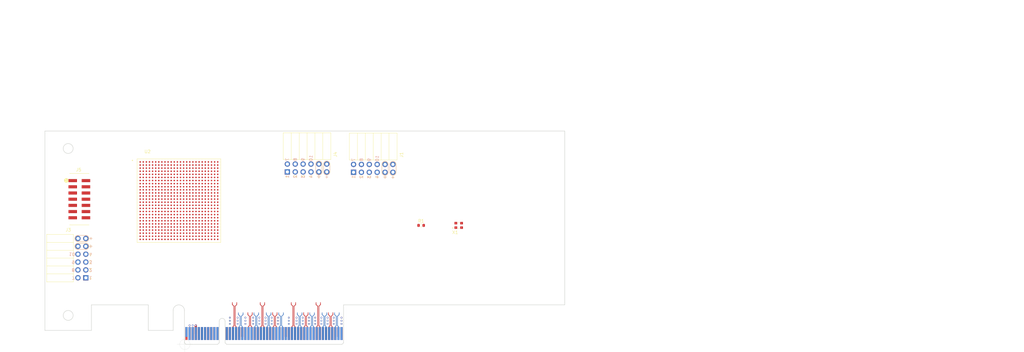
<source format=kicad_pcb>
(kicad_pcb (version 20211014) (generator pcbnew)
  (title_block (title "PCIexpress_x16_full") (company "Author: Luca Anastasio"))
  (layers (0 "F.Cu" power) (1 "In1.Cu" power) (2 "In2.Cu" power) (31 "B.Cu" power) (34 "B.Paste" user) (35 "F.Paste" user) (36 "B.SilkS" user "B.Silkscreen") (37 "F.SilkS" user "F.Silkscreen") (38 "B.Mask" user) (39 "F.Mask" user) (44 "Edge.Cuts" user))
  (net 0 "")
  (net 1 "GND")
  (net 2 "/refclk_P")
  (net 3 "/per0_N")
  (net 4 "/per0_P")
  (net 5 "+12V")
  (net 6 "+3V3")
  (net 7 "+3.3VA")
  (net 8 "/refclk_N")
  (net 9 "/perstn")
  (net 14 "/prsntn")
  (net 17 "/pet0_N")
  (net 18 "/pet0_P")
  (net 23 "/pet1_P")
  (net 25 "/pet1_N")
  (net 26 "/pet2_P")
  (net 27 "/pet2_N")
  (net 28 "/pet3_P")
  (net 29 "/pet3_N")
  (net 32 "/per1_P")
  (net 33 "/per1_N")
  (net 34 "/per2_P")
  (net 35 "/per2_N")
  (net 36 "/per3_P")
  (net 37 "/per3_N")
  (net 40 "/per4_P")
  (net 41 "/per4_N")
  (net 42 "/per5_P")
  (net 43 "/per5_N")
  (net 44 "/per6_P")
  (net 45 "/per6_N")
  (net 46 "/per7_P")
  (net 47 "/per7_N")
  (net 48 "/pet4_P")
  (net 49 "/pet4_N")
  (net 50 "/pet5_P")
  (net 51 "/pet5_N")
  (net 52 "/pet6_P")
  (net 53 "/pet6_N")
  (net 54 "/pet7_P")
  (net 55 "/pet7_N")
  (net 56 "/fpga_clk")
  (net 57 "/oscout")
  (net 89 "Net-(U2-PadA7)")
  (net 96 "Net-(U2-PadAA21)")
  (net 105 "Net-(U2-PadAA11)")
  (net 122 "Net-(U2-PadAC15)")
  (net 127 "Net-(U2-PadAA7)")
  (net 167 "Net-(U2-PadP22)")
  (net 210 "Net-(U2-PadT11)")
  (net 211 "Net-(U2-PadR9)")
  (net 223 "Net-(U2-PadR7)")
  (net 232 "Net-(U2-PadP18)")
  (net 245 "Net-(U2-PadM15)")
  (net 259 "Net-(U2-PadL9)")
  (net 270 "Net-(U2-PadM18)")
  (net 282 "Net-(U2-PadK11)")
  (net 313 "Net-(U2-PadE24)")
  (net 337 "Net-(U2-PadE14)")
  (net 342 "Net-(U2-PadE9)")
  (footprint "pedrolib:OSC_ECS-2520S25-250-FN-TR" (layer "F.Cu") (at 197.915 155.705)
    (fp_text reference "X1")
    (fp_text value "ECS-2520MVQ-1000-BN-TR" hide)
  )
  (footprint "pedrolib:IC_XCAU10P-1FFVB676I" (layer "F.Cu") (at 107.695 147.715)
    (fp_text reference "U2")
    (fp_text value "XCAU10P-1FFVB676I")
  )
  (footprint "pedrolib:PCIexpress_x8" (layer "F.Cu") (at 109.625 194.125)
    (fp_text reference "J2" hide)
    (fp_text value "PCIexpress_x8")
  )
  (footprint "pedrolib:PMOD_PinSocket_2x06_P2.54mm_Horizontal" (layer "F.Cu") (at 142.66 138.4365 90)
    (fp_text reference "J4")
    (fp_text value "PMOD_Host_Conn_02x06")
  )
  (footprint "pedrolib:MOLEX_87832-1420" (layer "F.Cu") (at 75.57565 147.245)
    (fp_text reference "J5")
    (fp_text value "87832-1420")
  )
  (footprint "Resistor_SMD:R_0603_1608Metric" (layer "F.Cu") (at 185.795 155.705)
    (fp_text reference "R1")
    (fp_text value "10")
  )
  (footprint "pedrolib:PMOD_PinSocket_2x06_P2.54mm_Horizontal" (layer "F.Cu") (at 164 138.5465 90)
    (fp_text reference "J1")
    (fp_text value "PMOD_Host_Conn_02x06")
  )
  (footprint "pedrolib:PMOD_PinSocket_2x06_P2.54mm_Horizontal" (layer "F.Cu") (at 77.665 172.625 180)
    (fp_text reference "J3")
    (fp_text value "PMOD_Host_Conn_02x06")
  )
  (gr_line (start 109.475 193.625) (end 109.975 194.125) (layer "Edge.Cuts") (width 0.15))
  (gr_line (start 79.475 181.375) (end 97.825 181.375) (layer "Edge.Cuts") (width 0.15))
  (gr_line (start 64.475 125.225) (end 64.475 189.625) (layer "Edge.Cuts") (width 0.15))
  (gr_arc (start 120.675 186.675) (mid 121.625 185.725) (end 122.575 186.675) (layer "Edge.Cuts") (width 0.15))
  (gr_line (start 232.125 181.375) (end 160.775 181.375) (layer "Edge.Cuts") (width 0.15))
  (gr_line (start 122.575 186.675) (end 122.575 193.625) (layer "Edge.Cuts") (width 0.15))
  (gr_line (start 232.125 125.225) (end 64.475 125.225) (layer "Edge.Cuts") (width 0.15))
  (gr_line (start 160.775 193.625) (end 160.275 194.125) (layer "Edge.Cuts") (width 0.15))
  (gr_line (start 122.575 193.625) (end 123.075 194.125) (layer "Edge.Cuts") (width 0.15))
  (gr_circle (center 71.975 184.775) (end 73.575 184.775) (layer "Edge.Cuts") (width 0.15) (fill none))
  (gr_line (start 232.125 181.375) (end 232.125 125.225) (layer "Edge.Cuts") (width 0.15))
  (gr_line (start 64.475 189.625) (end 79.475 189.625) (layer "Edge.Cuts") (width 0.15))
  (gr_line (start 97.825 181.375) (end 97.825 189.625) (layer "Edge.Cuts") (width 0.15))
  (gr_line (start 160.275 194.125) (end 123.075 194.125) (layer "Edge.Cuts") (width 0.15))
  (gr_line (start 97.825 189.625) (end 105.825 189.625) (layer "Edge.Cuts") (width 0.15))
  (gr_line (start 160.775 181.375) (end 160.775 193.625) (layer "Edge.Cuts") (width 0.15))
  (gr_circle (center 71.975 130.875) (end 73.575 130.875) (layer "Edge.Cuts") (width 0.15) (fill none))
  (gr_line (start 105.825 189.625) (end 105.825 183.2) (layer "Edge.Cuts") (width 0.15))
  (gr_arc (start 105.825 183.2) (mid 107.65 181.375) (end 109.475 183.2) (layer "Edge.Cuts") (width 0.15))
  (gr_line (start 79.475 189.625) (end 79.475 181.375) (layer "Edge.Cuts") (width 0.15))
  (gr_line (start 109.475 183.2) (end 109.475 193.625) (layer "Edge.Cuts") (width 0.15))
  (gr_line (start 109.975 194.125) (end 120.175 194.125) (layer "Edge.Cuts") (width 0.15))
  (gr_line (start 120.675 193.625) (end 120.675 186.675) (layer "Edge.Cuts") (width 0.15))
  (gr_line (start 120.175 194.125) (end 120.675 193.625) (layer "Edge.Cuts") (width 0.15))
  (target plus (at 109.625 194.125) (size 5) (width 0.05) (layer "Edge.Cuts"))
  (segment (start 113.125 188.125) (end 113.125 188.125) (width 0.7) (layer "F.Cu") (net 1))
  (segment (start 113.125 190.625) (end 113.125 188) (width 0.7) (layer "F.Cu") (net 1))
  (via (at 124.125 185.5) (size 0.55) (drill 0.3) (layers "F.Cu" "B.Cu") (net 1))
  (via (at 143.125 185.5) (size 0.55) (drill 0.3) (layers "F.Cu" "B.Cu") (net 1))
  (via (at 157.625 185.5) (size 0.55) (drill 0.3) (layers "F.Cu" "B.Cu") (net 1))
  (via (at 135.625 185.5) (size 0.55) (drill 0.3) (layers "F.Cu" "B.Cu") (net 1))
  (via (at 139.625 185.5) (size 0.55) (drill 0.3) (layers "F.Cu" "B.Cu") (net 1))
  (via (at 133.625 185.5) (size 0.55) (drill 0.3) (layers "F.Cu" "B.Cu") (net 1))
  (via (at 129.125 185.5) (size 0.55) (drill 0.3) (layers "F.Cu" "B.Cu") (net 1))
  (via (at 155.625 185.5) (size 0.55) (drill 0.3) (layers "F.Cu" "B.Cu") (net 1))
  (via (at 149.625 185.5) (size 0.55) (drill 0.3) (layers "F.Cu" "B.Cu") (net 1))
  (via (at 147.625 185.5) (size 0.55) (drill 0.3) (layers "F.Cu" "B.Cu") (net 1))
  (via (at 145.625 185.5) (size 0.55) (drill 0.3) (layers "F.Cu" "B.Cu") (net 1))
  (via (at 160.125 185.5) (size 0.55) (drill 0.3) (layers "F.Cu" "B.Cu") (net 1))
  (via (at 151.625 185.5) (size 0.55) (drill 0.3) (layers "F.Cu" "B.Cu") (net 1))
  (via (at 153.625 185.5) (size 0.55) (drill 0.3) (layers "F.Cu" "B.Cu") (net 1))
  (via (at 126.625 185.5) (size 0.55) (drill 0.3) (layers "F.Cu" "B.Cu") (net 1))
  (via (at 131.625 185.5) (size 0.55) (drill 0.3) (layers "F.Cu" "B.Cu") (net 1))
  (via (at 137.625 185.5) (size 0.55) (drill 0.3) (layers "F.Cu" "B.Cu") (net 1))
  (via (at 153.625 186.5) (size 0.55) (drill 0.3) (layers "F.Cu" "B.Cu") (net 1))
  (via (at 157.625 187.5) (size 0.55) (drill 0.3) (layers "F.Cu" "B.Cu") (net 1))
  (via (at 147.625 186.5) (size 0.55) (drill 0.3) (layers "F.Cu" "B.Cu") (net 1))
  (via (at 153.625 187.5) (size 0.55) (drill 0.3) (layers "F.Cu" "B.Cu") (net 1))
  (via (at 155.625 186.5) (size 0.55) (drill 0.3) (layers "F.Cu" "B.Cu") (net 1))
  (via (at 151.625 187.5) (size 0.55) (drill 0.3) (layers "F.Cu" "B.Cu") (net 1))
  (via (at 151.625 186.5) (size 0.55) (drill 0.3) (layers "F.Cu" "B.Cu") (net 1))
  (via (at 135.625 187.5) (size 0.55) (drill 0.3) (layers "F.Cu" "B.Cu") (net 1))
  (via (at 143.125 186.5) (size 0.55) (drill 0.3) (layers "F.Cu" "B.Cu") (net 1))
  (via (at 149.625 187.5) (size 0.55) (drill 0.3) (layers "F.Cu" "B.Cu") (net 1))
  (via (at 139.625 186.5) (size 0.55) (drill 0.3) (layers "F.Cu" "B.Cu") (net 1))
  (via (at 137.625 186.5) (size 0.55) (drill 0.3) (layers "F.Cu" "B.Cu") (net 1))
  (via (at 126.625 186.5) (size 0.55) (drill 0.3) (layers "F.Cu" "B.Cu") (net 1))
  (via (at 139.625 187.5) (size 0.55) (drill 0.3) (layers "F.Cu" "B.Cu") (net 1))
  (via (at 124.125 186.5) (size 0.55) (drill 0.3) (layers "F.Cu" "B.Cu") (net 1))
  (via (at 160.125 186.5) (size 0.55) (drill 0.3) (layers "F.Cu" "B.Cu") (net 1))
  (via (at 113.125 188) (size 0.55) (drill 0.3) (layers "F.Cu" "B.Cu") (net 1))
  (via (at 133.625 187.5) (size 0.55) (drill 0.3) (layers "F.Cu" "B.Cu") (net 1))
  (via (at 137.625 187.5) (size 0.55) (drill 0.3) (layers "F.Cu" "B.Cu") (net 1))
  (via (at 145.625 186.5) (size 0.55) (drill 0.3) (layers "F.Cu" "B.Cu") (net 1))
  (via (at 143.125 187.5) (size 0.55) (drill 0.3) (layers "F.Cu" "B.Cu") (net 1))
  (via (at 160.125 187.5) (size 0.55) (drill 0.3) (layers "F.Cu" "B.Cu") (net 1))
  (via (at 124.125 187.5) (size 0.55) (drill 0.3) (layers "F.Cu" "B.Cu") (net 1))
  (via (at 133.625 186.5) (size 0.55) (drill 0.3) (layers "F.Cu" "B.Cu") (net 1))
  (via (at 149.625 186.5) (size 0.55) (drill 0.3) (layers "F.Cu" "B.Cu") (net 1))
  (via (at 135.625 186.5) (size 0.55) (drill 0.3) (layers "F.Cu" "B.Cu") (net 1))
  (via (at 145.625 187.5) (size 0.55) (drill 0.3) (layers "F.Cu" "B.Cu") (net 1))
  (via (at 147.625 187.5) (size 0.55) (drill 0.3) (layers "F.Cu" "B.Cu") (net 1))
  (via (at 131.625 187.5) (size 0.55) (drill 0.3) (layers "F.Cu" "B.Cu") (net 1))
  (via (at 129.125 187.5) (size 0.55) (drill 0.3) (layers "F.Cu" "B.Cu") (net 1))
  (via (at 157.625 186.5) (size 0.55) (drill 0.3) (layers "F.Cu" "B.Cu") (net 1))
  (via (at 129.125 186.5) (size 0.55) (drill 0.3) (layers "F.Cu" "B.Cu") (net 1))
  (via (at 131.625 186.5) (size 0.55) (drill 0.3) (layers "F.Cu" "B.Cu") (net 1))
  (via (at 155.625 187.5) (size 0.55) (drill 0.3) (layers "F.Cu" "B.Cu") (net 1))
  (via (at 126.625 187.5) (size 0.55) (drill 0.3) (layers "F.Cu" "B.Cu") (net 1))
  (segment (start 128.125 188.375) (end 128.125 190.625) (width 0.2) (layer "B.Cu") (net 3))
  (segment (start 127.825 188.075) (end 128.125 188.375) (width 0.2) (layer "B.Cu") (net 3))
  (segment (start 128.375 183.9125) (end 128.375 184.5) (width 0.2) (layer "B.Cu") (net 3))
  (segment (start 128.375 184.5) (end 127.825 185.05) (width 0.2) (layer "B.Cu") (net 3))
  (segment (start 127.825 185.05) (end 127.825 188.075) (width 0.2) (layer "B.Cu") (net 3))
  (segment (start 126.875 184.5) (end 127.425 185.05) (width 0.2) (layer "B.Cu") (net 4))
  (segment (start 126.875 183.9125) (end 126.875 184.5) (width 0.2) (layer "B.Cu") (net 4))
  (segment (start 127.125 188.375) (end 127.125 190.625) (width 0.2) (layer "B.Cu") (net 4))
  (segment (start 127.425 185.05) (end 127.425 188.075) (width 0.2) (layer "B.Cu") (net 4))
  (segment (start 127.425 188.075) (end 127.125 188.375) (width 0.2) (layer "B.Cu") (net 4))
  (segment (start 111.125 190.625) (end 111.125 188) (width 0.0889) (layer "F.Cu") (net 5))
  (via (at 111.125 188) (size 0.55) (drill 0.3) (layers "F.Cu" "B.Cu") (net 5))
  (via (at 112.125 188) (size 0.55) (drill 0.3) (layers "F.Cu" "B.Cu") (net 5))
  (segment (start 126.3375 181.2875) (end 126.3375 180.625) (width 0.2) (layer "F.Cu") (net 17))
  (segment (start 126.125 188.375) (end 125.825 188.075) (width 0.2) (layer "F.Cu") (net 17))
  (segment (start 126.125 190.625) (end 126.125 188.375) (width 0.2) (layer "F.Cu") (net 17))
  (segment (start 125.825 188.075) (end 125.825 181.8) (width 0.2) (layer "F.Cu") (net 17))
  (segment (start 125.825 181.8) (end 126.3375 181.2875) (width 0.2) (layer "F.Cu") (net 17))
  (segment (start 125.425 181.78125) (end 124.9125 181.26875) (width 0.2) (layer "F.Cu") (net 18))
  (segment (start 125.125 190.625) (end 125.125 188.375) (width 0.2) (layer "F.Cu") (net 18))
  (segment (start 125.425 188.075) (end 125.425 181.78125) (width 0.2) (layer "F.Cu") (net 18))
  (segment (start 124.9125 181.26875) (end 124.9125 180.625) (width 0.2) (layer "F.Cu") (net 18))
  (segment (start 125.125 188.375) (end 125.425 188.075) (width 0.2) (layer "F.Cu") (net 18))
  (segment (start 130.125 188.375) (end 130.425 188.075) (width 0.2) (layer "F.Cu") (net 23))
  (segment (start 130.425 188.075) (end 130.425 185.05) (width 0.2) (layer "F.Cu") (net 23))
  (segment (start 130.125 190.625) (end 130.125 188.375) (width 0.2) (layer "F.Cu") (net 23))
  (segment (start 130.425 185.05) (end 129.9125 184.5375) (width 0.2) (layer "F.Cu") (net 23))
  (segment (start 129.9125 184.5375) (end 129.9125 183.875) (width 0.2) (layer "F.Cu") (net 23))
  (segment (start 130.825 185.05) (end 131.3375 184.5375) (width 0.2) (layer "F.Cu") (net 25))
  (segment (start 130.825 188.075) (end 130.825 185.05) (width 0.2) (layer "F.Cu") (net 25))
  (segment (start 131.3375 184.5375) (end 131.3375 183.875) (width 0.2) (layer "F.Cu") (net 25))
  (segment (start 131.125 188.375) (end 130.825 188.075) (width 0.2) (layer "F.Cu") (net 25))
  (segment (start 131.125 190.625) (end 131.125 188.375) (width 0.2) (layer "F.Cu") (net 25))
  (segment (start 134.425 188.075) (end 134.125 188.375) (width 0.2) (layer "F.Cu") (net 26))
  (segment (start 133.9125 181.26875) (end 134.425 181.78125) (width 0.2) (layer "F.Cu") (net 26))
  (segment (start 134.425 181.78125) (end 134.425 188.075) (width 0.2) (layer "F.Cu") (net 26))
  (segment (start 133.9125 180.625) (end 133.9125 181.26875) (width 0.2) (layer "F.Cu") (net 26))
  (segment (start 134.125 188.375) (end 134.125 190.625) (width 0.2) (layer "F.Cu") (net 26))
  (segment (start 135.125 188.375) (end 135.125 190.625) (width 0.2) (layer "F.Cu") (net 27))
  (segment (start 135.3375 181.2875) (end 134.825 181.8) (width 0.2) (layer "F.Cu") (net 27))
  (segment (start 134.825 188.075) (end 135.125 188.375) (width 0.2) (layer "F.Cu") (net 27))
  (segment (start 134.825 181.8) (end 134.825 188.075) (width 0.2) (layer "F.Cu") (net 27))
  (segment (start 135.3375 180.625) (end 135.3375 181.2875) (width 0.2) (layer "F.Cu") (net 27))
  (segment (start 137.9125 184.5375) (end 137.9125 183.875) (width 0.2) (layer "F.Cu") (net 28))
  (segment (start 138.425 188.075) (end 138.425 185.05) (width 0.2) (layer "F.Cu") (net 28))
  (segment (start 138.125 188.375) (end 138.425 188.075) (width 0.2) (layer "F.Cu") (net 28))
  (segment (start 138.125 190.625) (end 138.125 188.375) (width 0.2) (layer "F.Cu") (net 28))
  (segment (start 138.425 185.05) (end 137.9125 184.5375) (width 0.2) (layer "F.Cu") (net 28))
  (segment (start 139.125 190.625) (end 139.125 188.375) (width 0.2) (layer "F.Cu") (net 29))
  (segment (start 138.825 188.075) (end 138.825 185.05) (width 0.2) (layer "F.Cu") (net 29))
  (segment (start 139.125 188.375) (end 138.825 188.075) (width 0.2) (layer "F.Cu") (net 29))
  (segment (start 139.3375 184.5375) (end 139.3375 183.875) (width 0.2) (layer "F.Cu") (net 29))
  (segment (start 138.825 185.05) (end 139.3375 184.5375) (width 0.2) (layer "F.Cu") (net 29))
  (segment (start 132.425 188.075) (end 132.125 188.375) (width 0.2) (layer "B.Cu") (net 32))
  (segment (start 132.425 185.05) (end 132.425 188.075) (width 0.2) (layer "B.Cu") (net 32))
  (segment (start 131.875 184.5) (end 132.425 185.05) (width 0.2) (layer "B.Cu") (net 32))
  (segment (start 132.125 188.375) (end 132.125 190.625) (width 0.2) (layer "B.Cu") (net 32))
  (segment (start 131.875 183.9125) (end 131.875 184.5) (width 0.2) (layer "B.Cu") (net 32))
  (segment (start 133.125 188.375) (end 133.125 190.625) (width 0.2) (layer "B.Cu") (net 33))
  (segment (start 132.825 185.05) (end 132.825 188.075) (width 0.2) (layer "B.Cu") (net 33))
  (segment (start 133.375 184.5) (end 132.825 185.05) (width 0.2) (layer "B.Cu") (net 33))
  (segment (start 133.375 183.9125) (end 133.375 184.5) (width 0.2) (layer "B.Cu") (net 33))
  (segment (start 132.825 188.075) (end 133.125 188.375) (width 0.2) (layer "B.Cu") (net 33))
  (segment (start 136.425 188.075) (end 136.125 188.375) (width 0.2) (layer "B.Cu") (net 34))
  (segment (start 136.425 185.05) (end 136.425 188.075) (width 0.2) (layer "B.Cu") (net 34))
  (segment (start 135.875 184.5) (end 136.425 185.05) (width 0.2) (layer "B.Cu") (net 34))
  (segment (start 136.125 188.375) (end 136.125 190.625) (width 0.2) (layer "B.Cu") (net 34))
  (segment (start 135.875 183.9125) (end 135.875 184.5) (width 0.2) (layer "B.Cu") (net 34))
  (segment (start 137.125 188.375) (end 137.125 190.625) (width 0.2) (layer "B.Cu") (net 35))
  (segment (start 136.825 185.05) (end 136.825 188.075) (width 0.2) (layer "B.Cu") (net 35))
  (segment (start 137.375 184.5) (end 136.825 185.05) (width 0.2) (layer "B.Cu") (net 35))
  (segment (start 137.375 183.9125) (end 137.375 184.5) (width 0.2) (layer "B.Cu") (net 35))
  (segment (start 136.825 188.075) (end 137.125 188.375) (width 0.2) (layer "B.Cu") (net 35))
  (segment (start 139.875 184.5) (end 140.425 185.05) (width 0.2) (layer "B.Cu") (net 36))
  (segment (start 140.425 188.075) (end 140.125 188.375) (width 0.2) (layer "B.Cu") (net 36))
  (segment (start 139.875 183.9125) (end 139.875 184.5) (width 0.2) (layer "B.Cu") (net 36))
  (segment (start 140.425 185.05) (end 140.425 188.075) (width 0.2) (layer "B.Cu") (net 36))
  (segment (start 140.125 188.375) (end 140.125 190.625) (width 0.2) (layer "B.Cu") (net 36))
  (segment (start 140.825 188.075) (end 141.125 188.375) (width 0.2) (layer "B.Cu") (net 37))
  (segment (start 141.375 184.5) (end 140.825 185.05) (width 0.2) (layer "B.Cu") (net 37))
  (segment (start 140.825 185.05) (end 140.825 188.075) (width 0.2) (layer "B.Cu") (net 37))
  (segment (start 141.375 183.9125) (end 141.375 184.5) (width 0.2) (layer "B.Cu") (net 37))
  (segment (start 141.125 188.375) (end 141.125 190.625) (width 0.2) (layer "B.Cu") (net 37))
  (segment (start 145.875 183.9125) (end 145.875 184.5) (width 0.2) (layer "B.Cu") (net 40))
  (segment (start 146.125 188.375) (end 146.125 190.625) (width 0.2) (layer "B.Cu") (net 40))
  (segment (start 145.875 184.5) (end 146.425 185.05) (width 0.2) (layer "B.Cu") (net 40))
  (segment (start 146.425 188.075) (end 146.125 188.375) (width 0.2) (layer "B.Cu") (net 40))
  (segment (start 146.425 185.05) (end 146.425 188.075) (width 0.2) (layer "B.Cu") (net 40))
  (segment (start 147.375 183.9125) (end 147.375 184.5) (width 0.2) (layer "B.Cu") (net 41))
  (segment (start 146.825 185.05) (end 146.825 188.075) (width 0.2) (layer "B.Cu") (net 41))
  (segment (start 147.375 184.5) (end 146.825 185.05) (width 0.2) (layer "B.Cu") (net 41))
  (segment (start 147.125 188.375) (end 147.125 190.625) (width 0.2) (layer "B.Cu") (net 41))
  (segment (start 146.825 188.075) (end 147.125 188.375) (width 0.2) (layer "B.Cu") (net 41))
  (segment (start 150.425 188.075) (end 150.125 188.375) (width 0.2) (layer "B.Cu") (net 42))
  (segment (start 149.875 183.9125) (end 149.875 184.5) (width 0.2) (layer "B.Cu") (net 42))
  (segment (start 150.125 188.375) (end 150.125 190.625) (width 0.2) (layer "B.Cu") (net 42))
  (segment (start 149.875 184.5) (end 150.425 185.05) (width 0.2) (layer "B.Cu") (net 42))
  (segment (start 150.425 185.05) (end 150.425 188.075) (width 0.2) (layer "B.Cu") (net 42))
  (segment (start 151.375 184.5) (end 150.825 185.05) (width 0.2) (layer "B.Cu") (net 43))
  (segment (start 151.375 183.9125) (end 151.375 184.5) (width 0.2) (layer "B.Cu") (net 43))
  (segment (start 150.825 185.05) (end 150.825 188.075) (width 0.2) (layer "B.Cu") (net 43))
  (segment (start 151.125 188.375) (end 151.125 190.625) (width 0.2) (layer "B.Cu") (net 43))
  (segment (start 150.825 188.075) (end 151.125 188.375) (width 0.2) (layer "B.Cu") (net 43))
  (segment (start 154.425 185.05) (end 154.425 188.075) (width 0.2) (layer "B.Cu") (net 44))
  (segment (start 153.875 184.5) (end 154.425 185.05) (width 0.2) (layer "B.Cu") (net 44))
  (segment (start 153.875 183.9125) (end 153.875 184.5) (width 0.2) (layer "B.Cu") (net 44))
  (segment (start 154.125 188.375) (end 154.125 190.625) (width 0.2) (layer "B.Cu") (net 44))
  (segment (start 154.425 188.075) (end 154.125 188.375) (width 0.2) (layer "B.Cu") (net 44))
  (segment (start 155.375 184.5) (end 154.825 185.05) (width 0.2) (layer "B.Cu") (net 45))
  (segment (start 154.825 185.05) (end 154.825 188.075) (width 0.2) (layer "B.Cu") (net 45))
  (segment (start 154.825 188.075) (end 155.125 188.375) (width 0.2) (layer "B.Cu") (net 45))
  (segment (start 155.375 183.9125) (end 155.375 184.5) (width 0.2) (layer "B.Cu") (net 45))
  (segment (start 155.125 188.375) (end 155.125 190.625) (width 0.2) (layer "B.Cu") (net 45))
  (segment (start 157.875 184.5) (end 158.425 185.05) (width 0.2) (layer "B.Cu") (net 46))
  (segment (start 158.425 188.075) (end 158.125 188.375) (width 0.2) (layer "B.Cu") (net 46))
  (segment (start 158.125 188.375) (end 158.125 190.625) (width 0.2) (layer "B.Cu") (net 46))
  (segment (start 157.875 183.9125) (end 157.875 184.5) (width 0.2) (layer "B.Cu") (net 46))
  (segment (start 158.425 185.05) (end 158.425 188.075) (width 0.2) (layer "B.Cu") (net 46))
  (segment (start 159.125 188.375) (end 159.125 190.625) (width 0.2) (layer "B.Cu") (net 47))
  (segment (start 158.825 185.05) (end 158.825 188.075) (width 0.2) (layer "B.Cu") (net 47))
  (segment (start 159.375 183.9125) (end 159.375 184.5) (width 0.2) (layer "B.Cu") (net 47))
  (segment (start 159.375 184.5) (end 158.825 185.05) (width 0.2) (layer "B.Cu") (net 47))
  (segment (start 158.825 188.075) (end 159.125 188.375) (width 0.2) (layer "B.Cu") (net 47))
  (segment (start 144.125 188.375) (end 144.125 190.625) (width 0.2) (layer "F.Cu") (net 48))
  (segment (start 144.425 188.075) (end 144.125 188.375) (width 0.2) (layer "F.Cu") (net 48))
  (segment (start 143.9125 181.26875) (end 144.425 181.78125) (width 0.2) (layer "F.Cu") (net 48))
  (segment (start 144.425 181.78125) (end 144.425 188.075) (width 0.2) (layer "F.Cu") (net 48))
  (segment (start 143.9125 180.625) (end 143.9125 181.26875) (width 0.2) (layer "F.Cu") (net 48))
  (segment (start 144.825 188.075) (end 145.125 188.375) (width 0.2) (layer "F.Cu") (net 49))
  (segment (start 144.825 181.8) (end 144.825 188.075) (width 0.2) (layer "F.Cu") (net 49))
  (segment (start 145.3375 180.625) (end 145.3375 181.2875) (width 0.2) (layer "F.Cu") (net 49))
  (segment (start 145.125 188.375) (end 145.125 190.625) (width 0.2) (layer "F.Cu") (net 49))
  (segment (start 145.3375 181.2875) (end 144.825 181.8) (width 0.2) (layer "F.Cu") (net 49))
  (segment (start 147.9125 184.5375) (end 147.9125 183.875) (width 0.2) (layer "F.Cu") (net 50))
  (segment (start 148.125 188.375) (end 148.425 188.075) (width 0.2) (layer "F.Cu") (net 50))
  (segment (start 148.425 185.05) (end 147.9125 184.5375) (width 0.2) (layer "F.Cu") (net 50))
  (segment (start 148.425 188.075) (end 148.425 185.05) (width 0.2) (layer "F.Cu") (net 50))
  (segment (start 148.125 190.625) (end 148.125 188.375) (width 0.2) (layer "F.Cu") (net 50))
  (segment (start 148.825 185.05) (end 149.3375 184.5375) (width 0.2) (layer "F.Cu") (net 51))
  (segment (start 149.125 188.375) (end 148.825 188.075) (width 0.2) (layer "F.Cu") (net 51))
  (segment (start 149.125 190.625) (end 149.125 188.375) (width 0.2) (layer "F.Cu") (net 51))
  (segment (start 149.3375 184.5375) (end 149.3375 183.875) (width 0.2) (layer "F.Cu") (net 51))
  (segment (start 148.825 188.075) (end 148.825 185.05) (width 0.2) (layer "F.Cu") (net 51))
  (segment (start 152.425 188.075) (end 152.125 188.375) (width 0.2) (layer "F.Cu") (net 52))
  (segment (start 152.425 181.78125) (end 152.425 188.075) (width 0.2) (layer "F.Cu") (net 52))
  (segment (start 151.9125 181.26875) (end 152.425 181.78125) (width 0.2) (layer "F.Cu") (net 52))
  (segment (start 152.125 188.375) (end 152.125 190.625) (width 0.2) (layer "F.Cu") (net 52))
  (segment (start 151.9125 180.625) (end 151.9125 181.26875) (width 0.2) (layer "F.Cu") (net 52))
  (segment (start 153.3375 180.625) (end 153.3375 181.2875) (width 0.2) (layer "F.Cu") (net 53))
  (segment (start 152.825 188.075) (end 153.125 188.375) (width 0.2) (layer "F.Cu") (net 53))
  (segment (start 153.3375 181.2875) (end 152.825 181.8) (width 0.2) (layer "F.Cu") (net 53))
  (segment (start 153.125 188.375) (end 153.125 190.625) (width 0.2) (layer "F.Cu") (net 53))
  (segment (start 152.825 181.8) (end 152.825 188.075) (width 0.2) (layer "F.Cu") (net 53))
  (segment (start 156.425 185.05) (end 155.9125 184.5375) (width 0.2) (layer "F.Cu") (net 54))
  (segment (start 156.125 188.375) (end 156.425 188.075) (width 0.2) (layer "F.Cu") (net 54))
  (segment (start 156.125 190.625) (end 156.125 188.375) (width 0.2) (layer "F.Cu") (net 54))
  (segment (start 155.9125 184.5375) (end 155.9125 183.875) (width 0.2) (layer "F.Cu") (net 54))
  (segment (start 156.425 188.075) (end 156.425 185.05) (width 0.2) (layer "F.Cu") (net 54))
  (segment (start 157.3375 184.5375) (end 157.3375 183.875) (width 0.2) (layer "F.Cu") (net 55))
  (segment (start 157.125 188.375) (end 156.825 188.075) (width 0.2) (layer "F.Cu") (net 55))
  (segment (start 156.825 188.075) (end 156.825 185.05) (width 0.2) (layer "F.Cu") (net 55))
  (segment (start 157.125 190.625) (end 157.125 188.375) (width 0.2) (layer "F.Cu") (net 55))
  (segment (start 156.825 185.05) (end 157.3375 184.5375) (width 0.2) (layer "F.Cu") (net 55))
)
</source>
